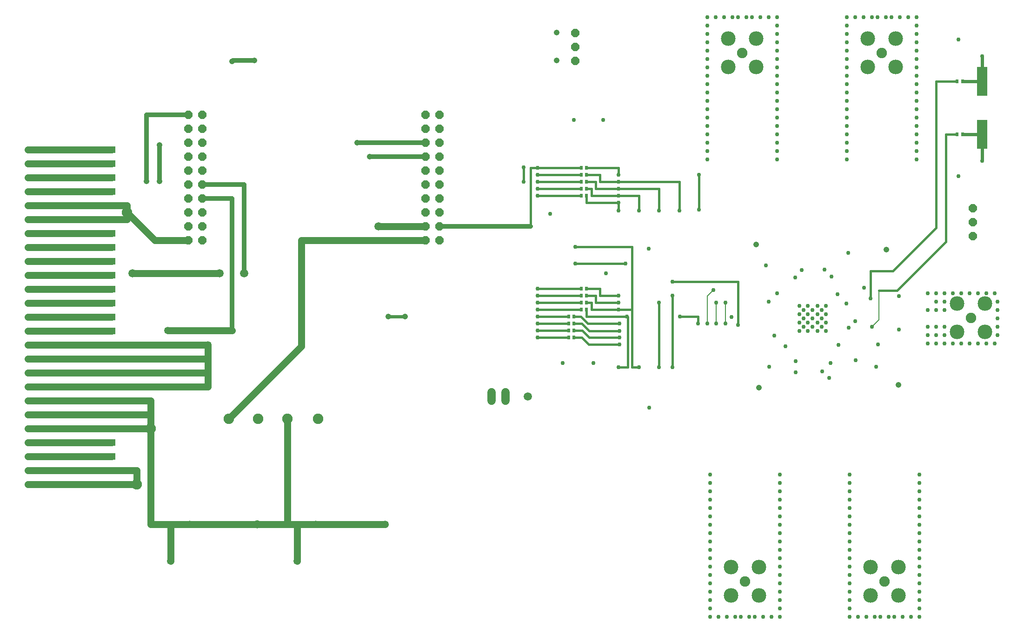
<source format=gbr>
G04 EAGLE Gerber RS-274X export*
G75*
%MOMM*%
%FSLAX34Y34*%
%LPD*%
%INBottom Copper*%
%IPPOS*%
%AMOC8*
5,1,8,0,0,1.08239X$1,22.5*%
G01*
%ADD10C,1.270000*%
%ADD11R,0.635000X1.270000*%
%ADD12R,1.930400X5.334000*%
%ADD13R,0.600000X0.700000*%
%ADD14P,1.632244X8X112.500000*%
%ADD15C,1.905000*%
%ADD16C,2.667000*%
%ADD17P,1.632244X8X292.500000*%
%ADD18C,1.508000*%
%ADD19C,1.350000*%
%ADD20C,1.500000*%
%ADD21C,0.756400*%
%ADD22C,1.056400*%
%ADD23C,0.406400*%
%ADD24C,0.203200*%
%ADD25C,0.812800*%
%ADD26C,0.609600*%


D10*
X12700Y266700D02*
X-139700Y266700D01*
D11*
X15875Y266700D03*
D10*
X12700Y292100D02*
X-139700Y292100D01*
D11*
X15875Y292100D03*
D10*
X12700Y317500D02*
X-139700Y317500D01*
D11*
X15875Y317500D03*
D10*
X12700Y342900D02*
X-139700Y342900D01*
D11*
X15875Y342900D03*
D10*
X12700Y368300D02*
X-139700Y368300D01*
D11*
X15875Y368300D03*
D10*
X12700Y393700D02*
X-139700Y393700D01*
D11*
X15875Y393700D03*
D10*
X12700Y419100D02*
X-139700Y419100D01*
D11*
X15875Y419100D03*
D10*
X12700Y444500D02*
X-139700Y444500D01*
D11*
X15875Y444500D03*
D10*
X12700Y469900D02*
X-139700Y469900D01*
D11*
X15875Y469900D03*
D10*
X12700Y495300D02*
X-139700Y495300D01*
D11*
X15875Y495300D03*
D10*
X12700Y520700D02*
X-139700Y520700D01*
D11*
X15875Y520700D03*
D10*
X12700Y546100D02*
X-139700Y546100D01*
D11*
X15875Y546100D03*
D10*
X12700Y571500D02*
X-139700Y571500D01*
D11*
X15875Y571500D03*
D10*
X12700Y596900D02*
X-139700Y596900D01*
D11*
X15875Y596900D03*
D10*
X12700Y622300D02*
X-139700Y622300D01*
D11*
X15875Y622300D03*
D10*
X12700Y647700D02*
X-139700Y647700D01*
D11*
X15875Y647700D03*
D10*
X12700Y673100D02*
X-139700Y673100D01*
D11*
X15875Y673100D03*
D10*
X12700Y698500D02*
X-139700Y698500D01*
D11*
X15875Y698500D03*
D10*
X12700Y723900D02*
X-139700Y723900D01*
D11*
X15875Y723900D03*
D10*
X12700Y749300D02*
X-139700Y749300D01*
D11*
X15875Y749300D03*
D10*
X12700Y774700D02*
X-139700Y774700D01*
D11*
X15875Y774700D03*
D10*
X12700Y800100D02*
X-139700Y800100D01*
D11*
X15875Y800100D03*
D10*
X12700Y825500D02*
X-139700Y825500D01*
D11*
X15875Y825500D03*
D10*
X12700Y850900D02*
X-139700Y850900D01*
D11*
X15875Y850900D03*
D10*
X12700Y876300D02*
X-139700Y876300D01*
D11*
X15875Y876300D03*
D12*
X1597914Y904367D03*
X1597914Y1000887D03*
D13*
X1552020Y904240D03*
X1562020Y904240D03*
X1552020Y1000760D03*
X1562020Y1000760D03*
D14*
X584200Y711200D03*
X609600Y711200D03*
X584200Y736600D03*
X609600Y736600D03*
X584200Y762000D03*
X609600Y762000D03*
X584200Y787400D03*
X609600Y787400D03*
X584200Y812800D03*
X609600Y812800D03*
X584200Y838200D03*
X609600Y838200D03*
X584200Y863600D03*
X609600Y863600D03*
X584200Y889000D03*
X609600Y889000D03*
X584200Y914400D03*
X609600Y914400D03*
X584200Y939800D03*
X609600Y939800D03*
X152400Y711200D03*
X177800Y711200D03*
X152400Y736600D03*
X177800Y736600D03*
X152400Y762000D03*
X177800Y762000D03*
X152400Y787400D03*
X177800Y787400D03*
X152400Y812800D03*
X177800Y812800D03*
X152400Y838200D03*
X177800Y838200D03*
X152400Y863600D03*
X177800Y863600D03*
X152400Y889000D03*
X177800Y889000D03*
X152400Y914400D03*
X177800Y914400D03*
X152400Y939800D03*
X177800Y939800D03*
D15*
X1577340Y570230D03*
D16*
X1551841Y595729D03*
X1602839Y595729D03*
X1602839Y544731D03*
X1551841Y544731D03*
D15*
X1165860Y90170D03*
D16*
X1140361Y115669D03*
X1191359Y115669D03*
X1191359Y64671D03*
X1140361Y64671D03*
D15*
X1419860Y90170D03*
D16*
X1394361Y115669D03*
X1445359Y115669D03*
X1445359Y64671D03*
X1394361Y64671D03*
D15*
X1414780Y1052830D03*
D16*
X1389281Y1078329D03*
X1440279Y1078329D03*
X1440279Y1027331D03*
X1389281Y1027331D03*
D15*
X1160780Y1052830D03*
D16*
X1135281Y1078329D03*
X1186279Y1078329D03*
X1186279Y1027331D03*
X1135281Y1027331D03*
D14*
X1580642Y718820D03*
X1580642Y744220D03*
X1580642Y769620D03*
D17*
X857250Y1088898D03*
X857250Y1063498D03*
X857250Y1038098D03*
D13*
X867490Y830580D03*
X877490Y830580D03*
X867490Y817880D03*
X877490Y817880D03*
X867490Y805180D03*
X877490Y805180D03*
X867490Y792480D03*
X877490Y792480D03*
X867490Y623570D03*
X877490Y623570D03*
X867490Y610870D03*
X877490Y610870D03*
X867490Y598170D03*
X877490Y598170D03*
X867490Y585470D03*
X877490Y585470D03*
D18*
X704850Y434260D02*
X704850Y419180D01*
X730250Y419180D02*
X730250Y434260D01*
D13*
X867490Y843280D03*
X877490Y843280D03*
X844630Y572770D03*
X854630Y572770D03*
X844630Y560070D03*
X854630Y560070D03*
X844630Y547370D03*
X854630Y547370D03*
X844630Y534670D03*
X854630Y534670D03*
D19*
X154940Y194310D03*
D10*
X278130Y194310D01*
D19*
X384810Y194310D03*
D10*
X332740Y194310D02*
X278130Y194310D01*
X332740Y194310D02*
X350520Y194310D01*
X384810Y194310D01*
X510540Y194310D01*
D19*
X510540Y194310D03*
X120650Y127000D03*
D10*
X120650Y194310D01*
X154940Y194310D01*
D19*
X350520Y127000D03*
D10*
X350520Y194310D01*
X332740Y194310D02*
X332740Y386080D01*
D15*
X332740Y386080D03*
D10*
X120650Y194310D02*
X83820Y194310D01*
X83820Y368300D02*
X13970Y368300D01*
X83820Y368300D02*
X83820Y393700D01*
X13970Y393700D01*
D15*
X83820Y368300D03*
D10*
X40640Y774700D02*
X12700Y774700D01*
X40640Y774700D02*
X40640Y762000D01*
X40640Y749300D01*
X12700Y749300D01*
D15*
X40640Y762000D03*
D10*
X91440Y711200D02*
X152400Y711200D01*
X91440Y711200D02*
X40640Y762000D01*
X13970Y444500D02*
X187960Y444500D01*
X187960Y469900D02*
X13970Y469900D01*
X13970Y495300D02*
X187960Y495300D01*
D20*
X278130Y194310D03*
D10*
X83820Y419100D02*
X13970Y419100D01*
X83820Y419100D02*
X83820Y393700D01*
D21*
X1404620Y481330D03*
X1554480Y1076960D03*
X1554480Y828040D03*
X1408430Y521970D03*
X1334770Y613410D03*
X1383030Y624840D03*
X1353820Y688340D03*
X1203960Y665480D03*
X1367790Y492760D03*
X1210310Y481330D03*
X1306830Y472440D03*
X1322070Y487680D03*
X1141730Y571500D03*
X854710Y930910D03*
X834390Y487680D03*
D22*
X822960Y1038860D03*
D21*
X811530Y759460D03*
X990600Y695960D03*
X991870Y406400D03*
D19*
X187960Y444500D03*
X187960Y469900D03*
X187960Y495300D03*
X187960Y520700D03*
D10*
X187960Y495300D01*
X187960Y469900D01*
X187960Y444500D01*
D21*
X1097280Y1117600D03*
X1224280Y1117600D03*
X1112520Y1117600D03*
X1127760Y1117600D03*
X1209040Y1117600D03*
X1193800Y1117600D03*
X1178560Y1117600D03*
X1143000Y1117600D03*
X1168400Y1117600D03*
X1153160Y1117600D03*
X1097280Y1102360D03*
X1097280Y1087120D03*
X1097280Y1071880D03*
X1097280Y1056640D03*
X1097280Y1041400D03*
X1097280Y1026160D03*
X1224280Y1102360D03*
X1224280Y1087120D03*
X1224280Y1071880D03*
X1224280Y1056640D03*
X1224280Y1041400D03*
X1224280Y1026160D03*
X1097280Y1010920D03*
X1224280Y1010920D03*
X1097280Y995680D03*
X1224280Y995680D03*
X1097280Y980440D03*
X1097280Y965200D03*
X1097280Y949960D03*
X1097280Y934720D03*
X1097280Y919480D03*
X1097280Y904240D03*
X1097280Y889000D03*
X1097280Y873760D03*
X1097280Y858520D03*
X1224280Y980440D03*
X1224280Y965200D03*
X1224280Y949960D03*
X1224280Y934720D03*
X1224280Y919480D03*
X1224280Y904240D03*
X1224280Y889000D03*
X1224280Y873760D03*
X1224280Y858520D03*
X1351280Y1117600D03*
X1478280Y1117600D03*
X1366520Y1117600D03*
X1381760Y1117600D03*
X1463040Y1117600D03*
X1447800Y1117600D03*
X1432560Y1117600D03*
X1397000Y1117600D03*
X1422400Y1117600D03*
X1407160Y1117600D03*
X1351280Y1102360D03*
X1351280Y1087120D03*
X1351280Y1071880D03*
X1351280Y1056640D03*
X1351280Y1041400D03*
X1351280Y1026160D03*
X1478280Y1102360D03*
X1478280Y1087120D03*
X1478280Y1071880D03*
X1478280Y1056640D03*
X1478280Y1041400D03*
X1478280Y1026160D03*
X1351280Y1010920D03*
X1478280Y1010920D03*
X1351280Y995680D03*
X1478280Y995680D03*
X1351280Y980440D03*
X1351280Y965200D03*
X1351280Y949960D03*
X1351280Y934720D03*
X1351280Y919480D03*
X1351280Y904240D03*
X1351280Y889000D03*
X1351280Y873760D03*
X1351280Y858520D03*
X1478280Y980440D03*
X1478280Y965200D03*
X1478280Y949960D03*
X1478280Y934720D03*
X1478280Y919480D03*
X1478280Y904240D03*
X1478280Y889000D03*
X1478280Y873760D03*
X1478280Y858520D03*
X1483360Y25400D03*
X1356360Y25400D03*
X1468120Y25400D03*
X1452880Y25400D03*
X1371600Y25400D03*
X1386840Y25400D03*
X1402080Y25400D03*
X1437640Y25400D03*
X1412240Y25400D03*
X1427480Y25400D03*
X1483360Y40640D03*
X1483360Y55880D03*
X1483360Y71120D03*
X1483360Y86360D03*
X1483360Y101600D03*
X1483360Y116840D03*
X1356360Y40640D03*
X1356360Y55880D03*
X1356360Y71120D03*
X1356360Y86360D03*
X1356360Y101600D03*
X1356360Y116840D03*
X1483360Y132080D03*
X1356360Y132080D03*
X1483360Y147320D03*
X1356360Y147320D03*
X1483360Y162560D03*
X1483360Y177800D03*
X1483360Y193040D03*
X1483360Y208280D03*
X1483360Y223520D03*
X1483360Y238760D03*
X1483360Y254000D03*
X1483360Y269240D03*
X1483360Y284480D03*
X1356360Y162560D03*
X1356360Y177800D03*
X1356360Y193040D03*
X1356360Y208280D03*
X1356360Y223520D03*
X1356360Y238760D03*
X1356360Y254000D03*
X1356360Y269240D03*
X1356360Y284480D03*
X1229360Y25400D03*
X1102360Y25400D03*
X1214120Y25400D03*
X1198880Y25400D03*
X1117600Y25400D03*
X1132840Y25400D03*
X1148080Y25400D03*
X1183640Y25400D03*
X1158240Y25400D03*
X1173480Y25400D03*
X1229360Y40640D03*
X1229360Y55880D03*
X1229360Y71120D03*
X1229360Y86360D03*
X1229360Y101600D03*
X1229360Y116840D03*
X1102360Y40640D03*
X1102360Y55880D03*
X1102360Y71120D03*
X1102360Y86360D03*
X1102360Y101600D03*
X1102360Y116840D03*
X1229360Y132080D03*
X1102360Y132080D03*
X1229360Y147320D03*
X1102360Y147320D03*
X1229360Y162560D03*
X1229360Y177800D03*
X1229360Y193040D03*
X1229360Y208280D03*
X1229360Y223520D03*
X1229360Y238760D03*
X1229360Y254000D03*
X1229360Y269240D03*
X1229360Y284480D03*
X1102360Y162560D03*
X1102360Y177800D03*
X1102360Y193040D03*
X1102360Y208280D03*
X1102360Y223520D03*
X1102360Y238760D03*
X1102360Y254000D03*
X1102360Y269240D03*
X1102360Y284480D03*
X1620520Y614680D03*
X1620520Y523240D03*
X1625600Y599440D03*
X1625600Y584200D03*
X1625600Y568960D03*
X1625600Y553720D03*
X1625600Y538480D03*
X1605280Y614680D03*
X1590040Y614680D03*
X1574800Y614680D03*
X1559560Y614680D03*
X1544320Y614680D03*
X1529080Y614680D03*
X1513840Y614680D03*
X1498600Y614680D03*
X1605280Y523240D03*
X1590040Y523240D03*
X1574800Y523240D03*
X1559560Y523240D03*
X1544320Y523240D03*
X1529080Y523240D03*
X1513840Y523240D03*
X1498600Y523240D03*
X1529080Y538480D03*
X1529080Y553720D03*
X1513840Y538480D03*
X1498600Y538480D03*
X1498600Y553720D03*
X1513840Y553720D03*
X1513840Y599440D03*
X1513840Y584200D03*
X1529080Y599440D03*
X1529080Y584200D03*
X1498600Y584200D03*
X1224280Y614680D03*
X1239520Y518160D03*
X1446530Y609600D03*
X1446530Y548640D03*
X1264920Y591820D03*
X1313180Y591820D03*
X1313180Y546100D03*
X1264920Y546100D03*
X1280160Y591820D03*
X1297940Y591820D03*
X1280160Y546100D03*
X1297940Y546100D03*
X1264920Y561340D03*
X1264920Y576580D03*
X1313180Y561340D03*
X1313180Y576580D03*
X1280160Y561340D03*
X1297940Y561340D03*
X1297940Y576580D03*
X1280160Y576580D03*
X1272540Y553720D03*
X1272540Y568960D03*
X1272540Y584200D03*
X1305560Y584200D03*
X1305560Y568960D03*
X1305560Y553720D03*
X1289050Y584200D03*
X1289050Y568960D03*
X1289050Y553720D03*
D10*
X83820Y368300D02*
X83820Y194310D01*
X499110Y736600D02*
X584200Y736600D01*
D20*
X499110Y736600D03*
X770890Y426720D03*
D10*
X187960Y520700D02*
X13970Y520700D01*
D21*
X935990Y585470D03*
D23*
X886460Y585470D01*
X886460Y598170D01*
X877490Y598170D01*
X935990Y585470D02*
X960120Y585470D01*
X960120Y699770D02*
X857250Y699770D01*
D21*
X857250Y699770D03*
D23*
X960120Y699770D02*
X960120Y585470D01*
X960120Y480060D01*
X972820Y480060D01*
D21*
X972820Y480060D03*
X1130300Y560070D03*
D24*
X1130300Y598170D01*
D21*
X1130300Y598170D03*
X935990Y610870D03*
D23*
X901700Y610870D01*
X901700Y623570D01*
X877490Y623570D01*
D21*
X1033780Y480060D03*
D23*
X1033780Y610870D01*
D21*
X1033780Y610870D03*
X935990Y779780D03*
D23*
X877490Y779780D02*
X877490Y792480D01*
X877490Y779780D02*
X935990Y779780D01*
X935990Y765810D01*
D21*
X935990Y765810D03*
X935990Y792480D03*
D23*
X886460Y792480D02*
X886460Y805180D01*
X877490Y805180D01*
X886460Y792480D02*
X935990Y792480D01*
X972820Y792480D01*
X972820Y765810D01*
D21*
X972820Y765810D03*
X935990Y805180D03*
D23*
X894080Y805180D01*
X894080Y817880D01*
X877490Y817880D01*
X935990Y805180D02*
X1009650Y805180D01*
X1009650Y765810D01*
D21*
X1009650Y765810D03*
X935990Y817626D03*
D23*
X901700Y817626D01*
X901700Y830580D01*
X877490Y830580D01*
X935990Y817626D02*
X1046480Y817626D01*
X1046480Y765810D01*
D21*
X1046480Y765810D03*
X937260Y560070D03*
D23*
X867410Y572770D02*
X854630Y572770D01*
X867410Y572770D02*
X880110Y560070D01*
X937260Y560070D01*
X869950Y547370D02*
X854630Y547370D01*
X869950Y547370D02*
X882650Y534670D01*
X937260Y534670D01*
D21*
X937260Y534670D03*
D23*
X868680Y534670D02*
X854630Y534670D01*
X868680Y534670D02*
X881380Y521970D01*
X937260Y521970D01*
D21*
X937260Y521970D03*
D23*
X868680Y560070D02*
X854630Y560070D01*
X882650Y546100D02*
X937260Y546100D01*
D21*
X937260Y546100D03*
D23*
X882650Y546100D02*
X868680Y560070D01*
D21*
X1080770Y560070D03*
D23*
X1080770Y572770D01*
X1047750Y572770D01*
D21*
X1047750Y572770D03*
X951230Y572770D03*
D23*
X877490Y572770D01*
X877490Y585470D01*
X951230Y572770D02*
X952500Y571500D01*
X952500Y480060D01*
X935990Y480060D01*
D21*
X935990Y480060D03*
D22*
X459740Y889000D03*
D25*
X584200Y889000D01*
D23*
X788670Y534670D02*
X844630Y534670D01*
D21*
X788670Y534670D03*
D22*
X482600Y863600D03*
D25*
X584200Y863600D01*
D23*
X788670Y547370D02*
X844630Y547370D01*
D21*
X788670Y547370D03*
D23*
X788670Y560070D02*
X844630Y560070D01*
D21*
X788670Y560070D03*
X788670Y805180D03*
D23*
X867490Y805180D01*
D21*
X788670Y817880D03*
D23*
X867490Y817880D01*
D21*
X763270Y817880D03*
D23*
X763270Y844550D01*
D21*
X763270Y844550D03*
X788670Y830580D03*
D23*
X867490Y830580D01*
D22*
X547370Y572770D03*
D26*
X516890Y572770D01*
D22*
X516890Y572770D03*
D23*
X788670Y572770D02*
X844630Y572770D01*
D21*
X788670Y572770D03*
X788670Y792480D03*
D23*
X867490Y792480D01*
D22*
X273050Y1038860D03*
D25*
X233680Y1038860D01*
X232410Y1037590D01*
D22*
X232410Y1037590D03*
D21*
X788670Y843280D03*
D23*
X775970Y843280D01*
X775970Y736600D01*
D25*
X609600Y736600D01*
D23*
X788670Y843280D02*
X867490Y843280D01*
D26*
X1562020Y904240D02*
X1597787Y904240D01*
X1597914Y904367D01*
D21*
X1597660Y855980D03*
D26*
X1597660Y904113D01*
X1597914Y904367D01*
X1562020Y1000760D02*
X1562147Y1000887D01*
X1597914Y1000887D01*
D21*
X1597660Y1046480D03*
D26*
X1597660Y1001141D01*
X1597914Y1000887D01*
D21*
X1113790Y560070D03*
D24*
X1113790Y598170D01*
D21*
X1113790Y598170D03*
X935990Y598170D03*
D23*
X894080Y598170D01*
X894080Y610870D01*
X877490Y610870D01*
D21*
X1009650Y480060D03*
D23*
X1009650Y598170D01*
D21*
X1009650Y598170D03*
X1397000Y553720D03*
D24*
X1409700Y566420D01*
X1409700Y619760D01*
D23*
X1442720Y619760D01*
X1531620Y708660D01*
X1531620Y904240D02*
X1552020Y904240D01*
X1531620Y904240D02*
X1531620Y708660D01*
X1513840Y734060D02*
X1435100Y655320D01*
X1513840Y1000760D02*
X1552020Y1000760D01*
X1513840Y1000760D02*
X1513840Y734060D01*
D21*
X1394460Y605790D03*
D23*
X1394460Y655320D01*
X1435100Y655320D01*
D22*
X100330Y885190D03*
D25*
X100330Y819150D01*
D22*
X100330Y819150D03*
X76200Y819150D03*
D25*
X76200Y939800D02*
X152400Y939800D01*
X76200Y939800D02*
X76200Y819150D01*
X177800Y787400D02*
X232410Y787400D01*
D10*
X232410Y547370D02*
X115570Y547370D01*
D19*
X115570Y547370D03*
D25*
X232410Y547370D02*
X232410Y787400D01*
X254000Y812800D02*
X177800Y812800D01*
D20*
X209550Y651510D03*
X50800Y651510D03*
D25*
X254000Y651510D02*
X254000Y812800D01*
D20*
X254000Y651510D03*
D10*
X209550Y651510D02*
X50800Y651510D01*
D15*
X226060Y386080D03*
X58420Y266700D03*
D10*
X13970Y266700D01*
X58420Y266700D02*
X58420Y292100D01*
X13970Y292100D01*
X226060Y386080D02*
X358140Y518160D01*
X358140Y711200D01*
X584200Y711200D01*
D15*
X388620Y386080D03*
D21*
X1336040Y520700D03*
X1354455Y551815D03*
X1366520Y563880D03*
X1350645Y596265D03*
X1323340Y645160D03*
X1310640Y657860D03*
X1269365Y657225D03*
X1257300Y643890D03*
D22*
X1423670Y694690D03*
X1186180Y703580D03*
X1445260Y448310D03*
D21*
X1258570Y471170D03*
X1258570Y491490D03*
X1319530Y461010D03*
D22*
X1191260Y443230D03*
D21*
X1219125Y537285D03*
X1209040Y599440D03*
D15*
X279400Y386080D03*
D21*
X908050Y930910D03*
X890270Y487680D03*
D22*
X822960Y1089660D03*
D21*
X913130Y651510D03*
X1153160Y557530D03*
D23*
X1153160Y636270D01*
X1033780Y636270D01*
D21*
X1033780Y636270D03*
X857250Y669290D03*
D23*
X948690Y669290D01*
D21*
X948690Y669290D03*
X1097280Y560070D03*
D24*
X1097280Y609600D02*
X1108710Y621030D01*
X1097280Y609600D02*
X1097280Y560070D01*
D21*
X1108710Y621030D03*
X788670Y598170D03*
D23*
X867490Y598170D01*
D21*
X788670Y623570D03*
D23*
X867490Y623570D01*
D21*
X788670Y610870D03*
D23*
X867490Y610870D01*
D21*
X788670Y585470D03*
D23*
X867490Y585470D01*
D21*
X1082040Y767080D03*
D23*
X1082040Y830580D01*
D21*
X1082040Y830580D03*
D23*
X935990Y843280D02*
X877490Y843280D01*
X935990Y843280D02*
X935990Y830580D01*
D21*
X935990Y830580D03*
M02*

</source>
